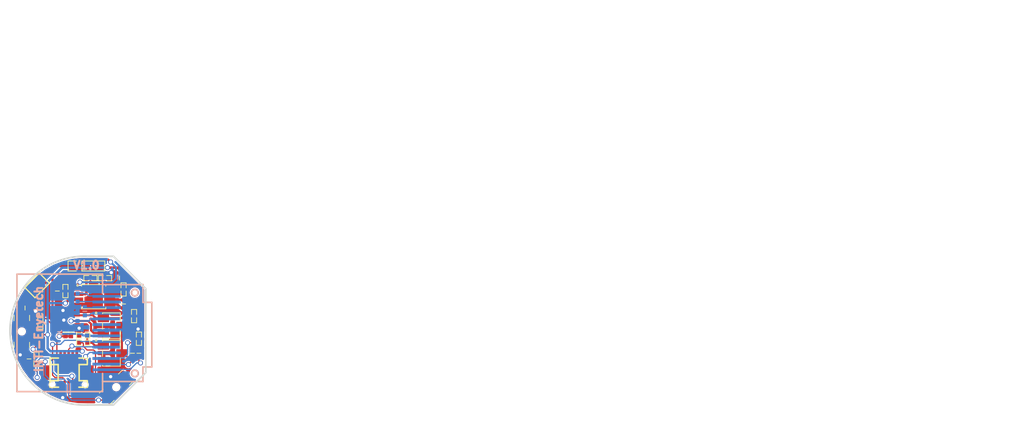
<source format=kicad_pcb>
(kicad_pcb (version 20240108) (generator "pcbnew") (generator_version "8.0")
  (title_block (title "I/O Expansion Board") (date "2017-07-29") (rev "0.1") (company "INSTITUTO NACIONAL DE TECNOLOGÍA INDUSTRIAL & ENYE TECHNOLOGIES") (comment 1 "Revision: Alamon, Brengi and Scotti") (comment 2 "Author: Santiago Villar"))
  (layers (0 "F.Cu" signal) (31 "B.Cu" signal) (34 "B.Paste" user) (35 "F.Paste" user) (36 "B.SilkS" user "B.Silkscreen") (37 "F.SilkS" user "F.Silkscreen") (38 "B.Mask" user) (39 "F.Mask" user) (44 "Edge.Cuts" user))
  (net 0 "")
  (net 1 "GND")
  (net 2 "+3V3")
  (net 3 "/SDA")
  (net 4 "/SCL")
  (net 5 "Net-(C1-Pad1)")
  (net 6 "Net-(C1-Pad2)")
  (net 7 "Net-(C2-Pad1)")
  (net 8 "Net-(C2-Pad2)")
  (net 9 "Net-(C3-Pad1)")
  (net 10 "Net-(C4-Pad1)")
  (net 11 "/VBAT")
  (net 12 "/VBAT_IN")
  (net 13 "Net-(J1-Pad5)")
  (net 14 "Net-(J2-Pad12)")
  (net 15 "Net-(J2-Pad6)")
  (net 16 "/VDD")
  (net 17 "Net-(J1-Pad2)")
  (net 18 "Net-(Q1-Pad3)")
  (net 19 "/VBAT_DC_DC")
  (net 20 "Net-(C13-Pad1)")
  (net 21 "Net-(C13-Pad2)")
  (net 22 "/VBAT_+")
  (net 23 "Net-(Q1-Pad1)")
  (net 24 "Net-(R11-Pad2)")
  (net 25 "Net-(R6-Pad2)")
  (net 26 "Net-(R13-Pad2)")
  (net 27 "/BOTON_IZQUIERDO")
  (net 28 "/BOTON_CENTRO")
  (net 29 "/RESET_OLED")
  (net 30 "/GPIO_OLED")
  (footprint "footprints:GS2" (layer "F.Cu") (at 117.45 59.4 -45)
    (property "Reference" "CON2" (hide yes))
    (property "Value" "VBA_IN")
    (pad "1" smd rect (at 0 -0.63 315) (size 1.27 0.96) (layers "F.Cu" "F.Paste" "F.Mask") (net 22 "/VBAT_+"))
    (pad "2" smd rect (at 0 0.635 315) (size 1.27 0.9652) (layers "F.Cu" "F.Paste" "F.Mask") (net 1 "GND"))
  )
  (footprint "footprints:df12(3.0)-10ds-0.5v" (layer "F.Cu") (at 121.35 70.2 180)
    (property "Reference" "J1" (hide yes))
    (property "Value" "DF12B 3.0 10DS 0.5V 81" (hide yes))
    (pad "" smd rect (at -2.7 0 180) (size 0.8 1.8) (layers "F.Cu" "F.Paste" "F.Mask"))
    (pad "" np_thru_hole circle (at -2.05 -1.5 180) (size 0.6 0.6) (drill 0.5969) (layers "*.Cu" "*.Mask" "F.SilkS"))
    (pad "" np_thru_hole circle (at 2.05 -1.5 180) (size 0.6 0.6) (drill 0.5969) (layers "*.Cu" "*.Mask" "F.SilkS"))
    (pad "" smd rect (at 2.7 0 180) (size 0.8 1.8) (layers "F.Cu" "F.Paste" "F.Mask"))
    (pad "1" smd rect (at -1 1.8 180) (size 0.3 1.6) (layers "F.Cu" "F.Paste" "F.Mask") (net 2 "+3V3"))
    (pad "2" smd rect (at -0.4953 1.79578 180) (size 0.29718 1.59766) (layers "F.Cu" "F.Paste" "F.Mask") (net 17 "Net-(J1-Pad2)"))
    (pad "3" smd rect (at 0 1.8 180) (size 0.3 1.6) (layers "F.Cu" "F.Paste" "F.Mask") (net 4 "/SCL"))
    (pad "4" smd rect (at 0.5 1.8 180) (size 0.3 1.6) (layers "F.Cu" "F.Paste" "F.Mask") (net 3 "/SDA"))
    (pad "5" smd rect (at 0.99568 1.79578 180) (size 0.29718 1.59766) (layers "F.Cu" "F.Paste" "F.Mask") (net 13 "Net-(J1-Pad5)"))
    (pad "6" smd rect (at 1 -1.8 180) (size 0.3 1.6) (layers "F.Cu" "F.Paste" "F.Mask") (net 1 "GND") (clearance 0.19812))
    (pad "7" smd rect (at 0.5 -1.8 180) (size 0.3 1.6) (layers "F.Cu" "F.Paste" "F.Mask") (net 29 "/RESET_OLED") (clearance 0.19812))
    (pad "8" smd rect (at 0 -1.8 180) (size 0.3 1.6) (layers "F.Cu" "F.Paste" "F.Mask") (net 30 "/GPIO_OLED") (clearance 0.19812))
    (pad "9" smd rect (at -0.5 -1.8 180) (size 0.3 1.6) (layers "F.Cu" "F.Paste" "F.Mask") (net 27 "/BOTON_IZQUIERDO") (clearance 0.19558))
    (pad "10" smd rect (at -1 -1.8 180) (size 0.3 1.6) (layers "F.Cu" "F.Paste" "F.Mask") (net 28 "/BOTON_CENTRO") (clearance 0.19558))
  )
  (footprint "footprints:c_0402" (layer "F.Cu") (at 130.05 67.8 90)
    (property "Reference" "C3" (hide yes))
    (property "Value" "2.2uF" (hide yes))
    (pad "1" smd rect (at -0.5 0 90) (size 0.5 0.5) (layers "F.Cu" "F.Paste" "F.Mask") (net 9 "Net-(C3-Pad1)"))
    (pad "2" smd rect (at 0.5 0 90) (size 0.5 0.5) (layers "F.Cu" "F.Paste" "F.Mask") (net 1 "GND"))
  )
  (footprint "footprints:c_0402" (layer "F.Cu") (at 129.25 67.8 90)
    (property "Reference" "C4" (hide yes))
    (property "Value" "4.7uF" (hide yes))
    (pad "1" smd rect (at -0.5 0 90) (size 0.5 0.5) (layers "F.Cu" "F.Paste" "F.Mask") (net 10 "Net-(C4-Pad1)"))
    (pad "2" smd rect (at 0.5 0 90) (size 0.5 0.5) (layers "F.Cu" "F.Paste" "F.Mask") (net 1 "GND"))
  )
  (footprint "footprints:c_0402" (layer "F.Cu") (at 116.45 68.5 90)
    (property "Reference" "C7" (hide yes))
    (property "Value" "0.1uF" (hide yes))
    (pad "1" smd rect (at -0.5 0 90) (size 0.5 0.5) (layers "F.Cu" "F.Paste" "F.Mask") (net 27 "/BOTON_IZQUIERDO"))
    (pad "2" smd rect (at 0.5 0 90) (size 0.5 0.5) (layers "F.Cu" "F.Paste" "F.Mask") (net 1 "GND"))
  )
  (footprint "footprints:c_0402" (layer "F.Cu") (at 115.95 62.2)
    (property "Reference" "C8" (hide yes))
    (property "Value" "0.1uF" (hide yes))
    (pad "1" smd rect (at -0.5 0) (size 0.5 0.5) (layers "F.Cu" "F.Paste" "F.Mask") (net 28 "/BOTON_CENTRO"))
    (pad "2" smd rect (at 0.5 0) (size 0.5 0.5) (layers "F.Cu" "F.Paste" "F.Mask") (net 1 "GND"))
  )
  (footprint "footprints:r_0402" (layer "F.Cu") (at 130.05 66 90)
    (property "Reference" "R1" (hide yes))
    (property "Value" "390K" (hide yes))
    (pad "1" smd rect (at -0.5 0 90) (size 0.5 0.5) (layers "F.Cu" "F.Paste" "F.Mask") (net 14 "Net-(J2-Pad12)"))
    (pad "2" smd rect (at 0.5 0 90) (size 0.5 0.5) (layers "F.Cu" "F.Paste" "F.Mask") (net 1 "GND"))
  )
  (footprint "footprints:r_0402" (layer "F.Cu") (at 117.35 68.5 -90)
    (property "Reference" "R2" (hide yes))
    (property "Value" "10K" (hide yes))
    (pad "1" smd rect (at -0.5 0 270) (size 0.5 0.5) (layers "F.Cu" "F.Paste" "F.Mask") (net 2 "+3V3"))
    (pad "2" smd rect (at 0.5 0 270) (size 0.5 0.5) (layers "F.Cu" "F.Paste" "F.Mask") (net 27 "/BOTON_IZQUIERDO"))
  )
  (footprint "footprints:r_0402" (layer "F.Cu") (at 117.85 64 90)
    (property "Reference" "R3" (hide yes))
    (property "Value" "10K" (hide yes))
    (pad "1" smd rect (at -0.5 0 90) (size 0.5 0.5) (layers "F.Cu" "F.Paste" "F.Mask") (net 2 "+3V3"))
    (pad "2" smd rect (at 0.5 0 90) (size 0.5 0.5) (layers "F.Cu" "F.Paste" "F.Mask") (net 28 "/BOTON_CENTRO"))
  )
  (footprint "footprints:B3U_3000PB" (layer "F.Cu") (at 127.25 72 -135)
    (property "Reference" "SW1" (hide yes))
    (property "Value" "SW_PUSH" (hide yes))
    (pad "" np_thru_hole circle (at 0 0 225) (size 0.75 0.75) (drill 0.75) (layers "*.Cu" "*.Mask" "F.SilkS"))
    (pad "1" smd rect (at -1.700001 0 225) (size 0.8 1.7) (layers "F.Cu" "F.Paste" "F.Mask") (net 1 "GND"))
    (pad "2" smd rect (at 1.700001 0 225) (size 0.8 1.7) (layers "F.Cu" "F.Paste" "F.Mask") (net 27 "/BOTON_IZQUIERDO"))
  )
  (footprint "footprints:B3U_3000PB" (layer "F.Cu") (at 115.55 65.1 90)
    (property "Reference" "SW2" (hide yes))
    (property "Value" "SW_PUSH" (hide yes))
    (pad "" np_thru_hole circle (at 0 0 90) (size 0.75 0.75) (drill 0.75) (layers "*.Cu" "*.Mask" "F.SilkS"))
    (pad "1" smd rect (at -1.7 0 90) (size 0.8 1.7) (layers "F.Cu" "F.Paste" "F.Mask") (net 1 "GND"))
    (pad "2" smd rect (at 1.7 0 90) (size 0.8 1.7) (layers "F.Cu" "F.Paste" "F.Mask") (net 28 "/BOTON_CENTRO"))
  )
  (footprint "footprints:r_0402" (layer "F.Cu") (at 125.85 58.5)
    (property "Reference" "R7" (hide yes))
    (property "Value" "10K" (hide yes))
    (pad "1" smd rect (at -0.5 0) (size 0.5 0.5) (layers "F.Cu" "F.Paste" "F.Mask") (net 25 "Net-(R6-Pad2)"))
    (pad "2" smd rect (at 0.5 0) (size 0.5 0.5) (layers "F.Cu" "F.Paste" "F.Mask") (net 1 "GND"))
  )
  (footprint "footprints:c_0402" (layer "F.Cu") (at 127.65 58.5 180)
    (property "Reference" "C9" (hide yes))
    (property "Value" "10 uF" (hide yes))
    (pad "1" smd rect (at -0.5 0 180) (size 0.5 0.5) (layers "F.Cu" "F.Paste" "F.Mask") (net 2 "+3V3"))
    (pad "2" smd rect (at 0.5 0 180) (size 0.5 0.5) (layers "F.Cu" "F.Paste" "F.Mask") (net 1 "GND"))
  )
  (footprint "footprints:c_0402" (layer "F.Cu") (at 119.95 60.1 -90)
    (property "Reference" "C10" (hide yes))
    (property "Value" "10 uF" (hide yes))
    (pad "1" smd rect (at -0.5 0 270) (size 0.5 0.5) (layers "F.Cu" "F.Paste" "F.Mask") (net 19 "/VBAT_DC_DC"))
    (pad "2" smd rect (at 0.5 0 270) (size 0.5 0.5) (layers "F.Cu" "F.Paste" "F.Mask") (net 1 "GND"))
  )
  (footprint "footprints:c_0402" (layer "F.Cu") (at 121.65 65.2 90)
    (property "Reference" "C11" (hide yes))
    (property "Value" "1uF" (hide yes))
    (pad "1" smd rect (at -0.5 0 90) (size 0.5 0.5) (layers "F.Cu" "F.Paste" "F.Mask") (net 16 "/VDD"))
    (pad "2" smd rect (at 0.5 0 90) (size 0.5 0.5) (layers "F.Cu" "F.Paste" "F.Mask") (net 1 "GND"))
  )
  (footprint "footprints:c_0402" (layer "F.Cu") (at 120.95 65.2 90)
    (property "Reference" "C12" (hide yes))
    (property "Value" "1uF" (hide yes))
    (pad "1" smd rect (at -0.5 0 90) (size 0.5 0.5) (layers "F.Cu" "F.Paste" "F.Mask") (net 16 "/VDD"))
    (pad "2" smd rect (at 0.5 0 90) (size 0.5 0.5) (layers "F.Cu" "F.Paste" "F.Mask") (net 1 "GND"))
  )
  (footprint "footprints:JUMPER3_0603" (layer "F.Cu") (at 124.4 57 180)
    (property "Reference" "JP1" (hide yes))
    (property "Value" "JUMPER" (hide yes))
    (pad "1" smd rect (at -0.85 0 180) (size 0.89916 1.00076) (layers "F.Cu" "F.Paste" "F.Mask") (net 19 "/VBAT_DC_DC"))
    (pad "2" smd rect (at 0.85 0 180) (size 0.89916 1.00076) (layers "F.Cu" "F.Paste" "F.Mask") (net 12 "/VBAT_IN"))
    (pad "3" smd rect (at 2.55 0 180) (size 0.89916 1.00076) (layers "F.Cu" "F.Paste" "F.Mask") (net 22 "/VBAT_+"))
  )
  (footprint "footprints:r_0402" (layer "F.Cu") (at 123.15 65.6 180)
    (property "Reference" "R9" (hide yes))
    (property "Value" "10K" (hide yes))
    (pad "1" smd rect (at -0.5 0 180) (size 0.5 0.5) (layers "F.Cu" "F.Paste" "F.Mask") (net 23 "Net-(Q1-Pad1)"))
    (pad "2" smd rect (at 0.5 0 180) (size 0.5 0.5) (layers "F.Cu" "F.Paste" "F.Mask") (net 1 "GND"))
  )
  (footprint "footprints:r_0402" (layer "F.Cu") (at 129.45 63.2 -90)
    (property "Reference" "R10" (hide yes))
    (property "Value" "10K" (hide yes))
    (pad "1" smd rect (at -0.5 0 270) (size 0.5 0.5) (layers "F.Cu" "F.Paste" "F.Mask") (net 12 "/VBAT_IN"))
    (pad "2" smd rect (at 0.5 0 270) (size 0.5 0.5) (layers "F.Cu" "F.Paste" "F.Mask") (net 18 "Net-(Q1-Pad3)"))
  )
  (footprint "footprints:r_0402" (layer "F.Cu") (at 120.95 60.1 -90)
    (property "Reference" "R11" (hide yes))
    (property "Value" "10K" (hide yes))
    (pad "1" smd rect (at -0.5 0 270) (size 0.5 0.5) (layers "F.Cu" "F.Paste" "F.Mask") (net 19 "/VBAT_DC_DC"))
    (pad "2" smd rect (at 0.5 0 270) (size 0.5 0.5) (layers "F.Cu" "F.Paste" "F.Mask") (net 24 "Net-(R11-Pad2)"))
  )
  (footprint "footprints:c_0402" (layer "F.Cu") (at 128.15 61.7 -90)
    (property "Reference" "C13" (hide yes))
    (property "Value" "1 uF" (hide yes))
    (pad "1" smd rect (at -0.5 0 270) (size 0.5 0.5) (layers "F.Cu" "F.Paste" "F.Mask") (net 20 "Net-(C13-Pad1)"))
    (pad "2" smd rect (at 0.5 0 270) (size 0.5 0.5) (layers "F.Cu" "F.Paste" "F.Mask") (net 21 "Net-(C13-Pad2)"))
  )
  (footprint "footprints:r_0402" (layer "F.Cu") (at 124.05 58.5)
    (property "Reference" "R6" (hide yes))
    (property "Value" "23.2 K" (hide yes))
    (pad "1" smd rect (at -0.5 0) (size 0.5 0.5) (layers "F.Cu" "F.Paste" "F.Mask") (net 24 "Net-(R11-Pad2)"))
    (pad "2" smd rect (at 0.5 0) (size 0.5 0.5) (layers "F.Cu" "F.Paste" "F.Mask") (net 25 "Net-(R6-Pad2)"))
  )
  (footprint "footprints:r_0402" (layer "F.Cu") (at 123.15 66.5)
    (property "Reference" "R12" (hide yes))
    (property "Value" "0 ohm" (hide yes))
    (pad "1" smd rect (at -0.5 0) (size 0.5 0.5) (layers "F.Cu" "F.Paste" "F.Mask") (net 30 "/GPIO_OLED"))
    (pad "2" smd rect (at 0.5 0) (size 0.5 0.5) (layers "F.Cu" "F.Paste" "F.Mask") (net 23 "Net-(Q1-Pad1)"))
  )
  (footprint "footprints:r_0402" (layer "F.Cu") (at 128.15 59.9 -90)
    (property "Reference" "R13" (hide yes))
    (property "Value" "100K" (hide yes))
    (pad "1" smd rect (at -0.5 0 270) (size 0.5 0.5) (layers "F.Cu" "F.Paste" "F.Mask") (net 2 "+3V3"))
    (pad "2" smd rect (at 0.5 0 270) (size 0.5 0.5) (layers "F.Cu" "F.Paste" "F.Mask") (net 26 "Net-(R13-Pad2)"))
  )
  (footprint "footprints:MSOP-8" (layer "F.Cu") (at 124.45 60.8 -90)
    (property "Reference" "U1" (hide yes))
    (property "Value" "MCP1252-ADJ" (hide yes))
    (pad "1" smd rect (at -0.975 1.975 270) (size 0.45 1.35) (layers "F.Cu" "F.Paste" "F.Mask") (net 19 "/VBAT_DC_DC"))
    (pad "2" smd rect (at -0.325 1.975 270) (size 0.45 1.35) (layers "F.Cu" "F.Paste" "F.Mask") (net 24 "Net-(R11-Pad2)"))
    (pad "3" smd rect (at 0.325 1.975 270) (size 0.45 1.35) (layers "F.Cu" "F.Paste" "F.Mask") (net 2 "+3V3"))
    (pad "4" smd rect (at 0.975 1.975 270) (size 0.45 1.35) (layers "F.Cu" "F.Paste" "F.Mask") (net 1 "GND"))
    (pad "5" smd rect (at 0.975 -1.975 270) (size 0.45 1.35) (layers "F.Cu" "F.Paste" "F.Mask") (net 21 "Net-(C13-Pad2)"))
    (pad "6" smd rect (at 0.325 -1.975 270) (size 0.45 1.35) (layers "F.Cu" "F.Paste" "F.Mask") (net 20 "Net-(C13-Pad1)"))
    (pad "7" smd rect (at -0.325 -1.975 270) (size 0.45 1.35) (layers "F.Cu" "F.Paste" "F.Mask") (net 26 "Net-(R13-Pad2)"))
    (pad "8" smd rect (at -0.975 -1.975 270) (size 0.45 1.35) (layers "F.Cu" "F.Paste" "F.Mask") (net 25 "Net-(R6-Pad2)"))
  )
  (footprint "footprints:SSOT-3" (layer "F.Cu") (at 126.75 67.8 -90)
    (property "Reference" "Q1" (hide yes))
    (property "Value" "FDN335N_NMOS" (hide yes))
    (pad "1" smd rect (at -0.95 1.1 270) (size 1 1.4) (layers "F.Cu" "F.Paste" "F.Mask") (net 23 "Net-(Q1-Pad1)"))
    (pad "2" smd rect (at 0.95 1.1 270) (size 1 1.4) (layers "F.Cu" "F.Paste" "F.Mask") (net 1 "GND"))
    (pad "3" smd rect (at 0 -1.2 270) (size 1 1.4) (layers "F.Cu" "F.Paste" "F.Mask") (net 18 "Net-(Q1-Pad3)"))
  )
  (footprint "footprints:SSOT-3" (layer "F.Cu") (at 126.75 64.4 -90)
    (property "Reference" "Q2" (hide yes))
    (property "Value" "FDN338P_PMOS" (hide yes))
    (pad "1" smd rect (at -0.95 1.1 270) (size 1 1.4) (layers "F.Cu" "F.Paste" "F.Mask") (net 12 "/VBAT_IN"))
    (pad "2" smd rect (at 0.95 1.1 270) (size 1 1.4) (layers "F.Cu" "F.Paste" "F.Mask") (net 11 "/VBAT"))
    (pad "3" smd rect (at 0 -1.2 270) (size 1 1.4) (layers "F.Cu" "F.Paste" "F.Mask") (net 18 "Net-(Q1-Pad3)"))
  )
  (footprint "footprints:c_0402" (layer "B.Cu") (at 122.45 60.9 90)
    (property "Reference" "C1" (hide yes))
    (property "Value" "1uF" (hide yes))
    (pad "1" smd rect (at -0.5 0 90) (size 0.5 0.5) (layers "B.Cu" "B.Paste" "B.Mask") (net 5 "Net-(C1-Pad1)"))
    (pad "2" smd rect (at 0.5 0 90) (size 0.5 0.5) (layers "B.Cu" "B.Paste" "B.Mask") (net 6 "Net-(C1-Pad2)"))
  )
  (footprint "footprints:c_0402" (layer "B.Cu") (at 123.35 62.6 -90)
    (property "Reference" "C2" (hide yes))
    (property "Value" "1uF" (hide yes))
    (pad "1" smd rect (at -0.5 0 270) (size 0.5 0.5) (layers "B.Cu" "B.Paste" "B.Mask") (net 7 "Net-(C2-Pad1)"))
    (pad "2" smd rect (at 0.5 0 270) (size 0.5 0.5) (layers "B.Cu" "B.Paste" "B.Mask") (net 8 "Net-(C2-Pad2)"))
  )
  (footprint "footprints:c_0402" (layer "B.Cu") (at 122.45 63.3 90)
    (property "Reference" "C5" (hide yes))
    (property "Value" "1uF" (hide yes))
    (pad "1" smd rect (at -0.5 0 90) (size 0.5 0.5) (layers "B.Cu" "B.Paste" "B.Mask") (net 11 "/VBAT"))
    (pad "2" smd rect (at 0.5 0 90) (size 0.5 0.5) (layers "B.Cu" "B.Paste" "B.Mask") (net 1 "GND"))
  )
  (footprint "footprints:c_0402" (layer "B.Cu") (at 123.65 65.1 90)
    (property "Reference" "C6" (hide yes))
    (property "Value" "1uF" (hide yes))
    (pad "1" smd rect (at -0.5 0 90) (size 0.5 0.5) (layers "B.Cu" "B.Paste" "B.Mask") (net 16 "/VDD"))
    (pad "2" smd rect (at 0.5 0 90) (size 0.5 0.5) (layers "B.Cu" "B.Paste" "B.Mask") (net 1 "GND"))
  )
  (footprint "footprints:ER-OLED0.49-1_B" (layer "B.Cu") (at 130.55 65.3 -90)
    (property "Reference" "J2" (at 0 10.3 -90) (layer "B.SilkS") (effects (font (size 0.49784 0.49784) (thickness 0.09906)) (justify mirror)))
    (property "Value" "ER-OLED0.49-1Series" (hide yes))
    (pad "" np_thru_hole circle (at -5 1 90) (size 1 1) (drill 0.5969) (layers "*.Cu" "*.Mask" "B.SilkS"))
    (pad "" np_thru_hole circle (at 5 1 90) (size 1 1) (drill 0.5969) (layers "*.Cu" "*.Mask" "B.SilkS"))
    (pad "1" smd rect (at -4.55 4.5 90) (size 0.35 3.5) (layers "B.Cu" "B.Paste" "B.Mask") (net 6 "Net-(C1-Pad2)") (clearance 0.19558))
    (pad "2" smd rect (at -3.85 4.5 90) (size 0.35 3.5) (layers "B.Cu" "B.Paste" "B.Mask") (net 5 "Net-(C1-Pad1)") (clearance 0.19558))
    (pad "3" smd rect (at -3.15 4.5 90) (size 0.35 3.5) (layers "B.Cu" "B.Paste" "B.Mask") (net 7 "Net-(C2-Pad1)") (clearance 0.19558))
    (pad "4" smd rect (at -2.45 4.5 90) (size 0.35 3.5) (layers "B.Cu" "B.Paste" "B.Mask") (net 8 "Net-(C2-Pad2)") (clearance 0.19558))
    (pad "5" smd rect (at -1.75 4.5 90) (size 0.35 3.5) (layers "B.Cu" "B.Paste" "B.Mask") (net 11 "/VBAT") (clearance 0.19558))
    (pad "6" smd rect (at -1.05 4.5 90) (size 0.35 3.5) (layers "B.Cu" "B.Paste" "B.Mask") (net 15 "Net-(J2-Pad6)") (clearance 0.19558))
    (pad "7" smd rect (at -0.35 4.5 90) (size 0.35 3.5) (layers "B.Cu" "B.Paste" "B.Mask") (net 1 "GND") (clearance 0.19558))
    (pad "8" smd rect (at 0.35 4.5 90) (size 0.35 3.5) (layers "B.Cu" "B.Paste" "B.Mask") (net 16 "/VDD") (clearance 0.19558))
    (pad "9" smd rect (at 1.05 4.5 90) (size 0.35 3.5) (layers "B.Cu" "B.Paste" "B.Mask") (net 29 "/RESET_OLED") (clearance 0.19558))
    (pad "10" smd rect (at 1.75 4.5 90) (size 0.35 3.5) (layers "B.Cu" "B.Paste" "B.Mask") (net 4 "/SCL") (clearance 0.19558))
    (pad "11" smd rect (at 2.45 4.5 90) (size 0.35 3.5) (layers "B.Cu" "B.Paste" "B.Mask") (net 3 "/SDA") (clearance 0.19558))
    (pad "12" smd rect (at 3.15 4.5 90) (size 0.35 3.5) (layers "B.Cu" "B.Paste" "B.Mask") (net 14 "Net-(J2-Pad12)") (clearance 0.19558))
    (pad "13" smd rect (at 3.85 4.5 90) (size 0.35 3.5) (layers "B.Cu" "B.Paste" "B.Mask") (net 10 "Net-(C4-Pad1)") (clearance 0.19558))
    (pad "14" smd rect (at 4.55 4.5 90) (size 0.35 3.5) (layers "B.Cu" "B.Paste" "B.Mask") (net 9 "Net-(C3-Pad1)") (clearance 0.19558))
  )
  (gr_arc (start 123.7 74.2) (mid 114.091308 65) (end 123.7 55.8) (stroke (width 0.2)) (layer "Edge.Cuts"))
  (gr_line (start 123.7 55.8) (end 126.9 55.8) (stroke (width 0.2)) (layer "Edge.Cuts"))
  (gr_line (start 126.9 55.8) (end 130.9 59.8) (stroke (width 0.2)) (layer "Edge.Cuts"))
  (gr_line (start 130.9 59.8) (end 130.9 70.2) (stroke (width 0.2)) (layer "Edge.Cuts"))
  (gr_line (start 126.9 74.2) (end 130.9 70.2) (stroke (width 0.2)) (layer "Edge.Cuts"))
  (gr_line (start 123.7 74.2) (end 126.9 74.2) (stroke (width 0.2)) (layer "Edge.Cuts"))
  (gr_text "V1.0\n" (at 123.55 56.9 0) (layer "B.SilkS") (effects (font (size 1 1) (thickness 0.25))))
  (gr_text "INTI-Enyetech\n" (at 117.65 64.8 90) (layer "B.SilkS") (effects (font (size 1 1) (thickness 0.25))))
  (segment (start 116.0476 68) (end 116.45 68) (width 0.1524) (layer "F.Cu") (net 1))
  (segment (start 129.950491 65.400491) (end 129.950491 64.804419) (width 0.1524) (layer "F.Cu") (net 1))
  (segment (start 115.65 67.7) (end 115.95 68) (width 0.1524) (layer "F.Cu") (net 1))
  (segment (start 126.35 58.5) (end 127.15 58.5) (width 0.1524) (layer "F.Cu") (net 1))
  (segment (start 115.95 68) (end 116.0476 68) (width 0.1524) (layer "F.Cu") (net 1))
  (segment (start 119.95 62.3) (end 120.15 62.5) (width 0.1524) (layer "F.Cu") (net 1))
  (segment (start 116.45 60.4) (end 116.45 62.2) (width 0.1524) (layer "F.Cu") (net 1))
  (segment (start 130.05 65.5) (end 129.950491 65.400491) (width 0.1524) (layer "F.Cu") (net 1))
  (segment (start 125.65 68.75) (end 125.65 69.8) (width 0.1524) (layer "F.Cu") (net 1))
  (segment (start 126.647918 70.797918) (end 126.55 70.7) (width 0.1524) (layer "F.Cu") (net 1))
  (segment (start 121.6476 61.775) (end 120.9226 62.5) (width 0.1524) (layer "F.Cu") (net 1))
  (segment (start 122.65 65.6) (end 122.65 64.7) (width 0.1524) (layer "F.Cu") (net 1))
  (segment (start 126.35 58.085986) (end 126.626376 57.80961) (width 0.254) (layer "F.Cu") (net 1))
  (segment (start 130.25 67.3) (end 130.35 67.3) (width 0.1524) (layer "F.Cu") (net 1))
  (segment (start 130.15 66) (end 130.05 65.9) (width 0.1524) (layer "F.Cu") (net 1))
  (segment (start 130.461482 66) (end 130.15 66) (width 0.1524) (layer "F.Cu") (net 1))
  (segment (start 120.95 64.7) (end 121.65 64.7) (width 0.1524) (layer "F.Cu") (net 1))
  (segment (start 120.35 73.02877) (end 120.617319 73.296089) (width 0.1524) (layer "F.Cu") (net 1))
  (segment (start 130.35 67.3) (end 130.528601 67.121399) (width 0.1524) (layer "F.Cu") (net 1))
  (segment (start 115.55 67.6) (end 115.55 66.8) (width 0.1524) (layer "F.Cu") (net 1))
  (segment (start 126.35 58.5) (end 126.35 58.085986) (width 0.254) (layer "F.Cu") (net 1))
  (segment (start 116.45 62.2) (end 116.8524 62.2) (width 0.1524) (layer "F.Cu") (net 1))
  (segment (start 115.65 67.7) (end 115.35 68) (width 0.1524) (layer "F.Cu") (net 1))
  (segment (start 120.35 72) (end 120.35 73.02877) (width 0.1524) (layer "F.Cu") (net 1))
  (segment (start 128.452082 70.797918) (end 126.647918 70.797918) (width 0.1524) (layer "F.Cu") (net 1))
  (segment (start 117.000987 59.849013) (end 116.45 60.4) (width 0.1524) (layer "F.Cu") (net 1))
  (segment (start 130.528601 66.067119) (end 130.461482 66) (width 0.1524) (layer "F.Cu") (net 1))
  (segment (start 120.95 63.9) (end 120.75 63.7) (width 0.1524) (layer "F.Cu") (net 1))
  (segment (start 130.528601 67.121399) (end 130.528601 66.067119) (width 0.1524) (layer "F.Cu") (net 1))
  (segment (start 115.65 67.7) (end 115.55 67.6) (width 0.1524) (layer "F.Cu") (net 1))
  (segment (start 130.05 65.9) (end 130.05 65.5) (width 0.1524) (layer "F.Cu") (net 1))
  (segment (start 116.8524 62.2) (end 117.25 62.5976) (width 0.1524) (layer "F.Cu") (net 1))
  (segment (start 122.475 61.775) (end 121.6476 61.775) (width 0.1524) (layer "F.Cu") (net 1))
  (segment (start 117.25 62.5976) (end 117.25 62.6) (width 0.1524) (layer "F.Cu") (net 1))
  (segment (start 125.65 69.8) (end 126.55 70.7) (width 0.1524) (layer "F.Cu") (net 1))
  (segment (start 120.9226 62.5) (end 120.65 62.5) (width 0.1524) (layer "F.Cu") (net 1))
  (segment (start 119.95 60.6) (end 119.95 62.3) (width 0.1524) (layer "F.Cu") (net 1))
  (segment (start 120.15 62.5) (end 120.65 62.5) (width 0.1524) (layer "F.Cu") (net 1))
  (segment (start 120.95 64.7) (end 120.95 63.9) (width 0.1524) (layer "F.Cu") (net 1))
  (via (at 115.35 68) (size 0.6096) (drill 0.4064) (layers "F.Cu" "B.Cu") (net 1))
  (via (at 122.65 64.7) (size 0.6096) (drill 0.4064) (layers "F.Cu" "B.Cu") (net 1))
  (via (at 126.55 70.7) (size 0.6096) (drill 0.4064) (layers "F.Cu" "B.Cu") (net 1))
  (via (at 120.65 62.5) (size 0.6096) (drill 0.4064) (layers "F.Cu" "B.Cu") (net 1))
  (via (at 126.626376 57.80961) (size 0.6096) (drill 0.4064) (layers "F.Cu" "B.Cu") (net 1))
  (via (at 120.75 63.7) (size 0.6096) (drill 0.4064) (layers "F.Cu" "B.Cu") (net 1))
  (via (at 129.950491 64.804419) (size 0.6096) (drill 0.4064) (layers "F.Cu" "B.Cu") (net 1))
  (via (at 120.617319 73.296089) (size 0.6096) (drill 0.4064) (layers "F.Cu" "B.Cu") (net 1))
  (via (at 117.25 62.6) (size 0.6096) (drill 0.4064) (layers "F.Cu" "B.Cu") (net 1))
  (segment (start 121.345201 62.804799) (end 121.35 62.8) (width 0.1524) (layer "B.Cu") (net 1))
  (segment (start 120.75 63.7) (end 120.75 62.6) (width 0.1524) (layer "B.Cu") (net 1))
  (segment (start 120.75 62.6) (end 120.65 62.5) (width 0.1524) (layer "B.Cu") (net 1))
  (segment (start 129.519439 64.804419) (end 129.950491 64.804419) (width 0.1524) (layer "B.Cu") (net 1))
  (segment (start 120.65 62.5) (end 120.954799 62.804799) (width 0.1524) (layer "B.Cu") (net 1))
  (segment (start 126.05 64.9) (end 126.145581 64.804419) (width 0.1524) (layer "B.Cu") (net 1))
  (segment (start 126.145581 64.804419) (end 129.519439 64.804419) (width 0.1524) (layer "B.Cu") (net 1))
  (segment (start 120.954799 62.804799) (end 121.345201 62.804799) (width 0.1524) (layer "B.Cu") (net 1))
  (segment (start 121.35 62.8) (end 122.45 62.8) (width 0.1524) (layer "B.Cu") (net 1))
  (segment (start 122.405968 67.239232) (end 122.723381 67.239232) (width 0.3048) (layer "F.Cu") (net 2))
  (segment (start 128.15 57.9452) (end 127.4048 57.2) (width 0.3048) (layer "F.Cu") (net 2))
  (segment (start 117.35 67.5976) (end 117.0524 67.3) (width 0.1524) (layer "F.Cu") (net 2))
  (segment (start 118.75 65.5) (end 118.318948 65.5) (width 0.1524) (layer "F.Cu") (net 2))
  (segment (start 121.254799 61.295203) (end 120.95 61.600002) (width 0.3048) (layer "F.Cu") (net 2))
  (segment (start 122.35 68.4) (end 122.35 67.2952) (width 0.3048) (layer "F.Cu") (net 2))
  (segment (start 127.4048 57.2) (end 126.587856 57.2) (width 0.3048) (layer "F.Cu") (net 2))
  (segment (start 117.654799 66.995201) (end 117.254803 66.995201) (width 0.1524) (layer "F.Cu") (net 2))
  (segment (start 128.15 59.4) (end 128.15 58.5) (width 0.3048) (layer "F.Cu") (net 2))
  (segment (start 122.723381 67.239232) (end 122.730756 67.246607) (width 0.3048) (layer "F.Cu") (net 2))
  (segment (start 117.0524 67.3) (end 116.950004 67.3) (width 0.1524) (layer "F.Cu") (net 2))
  (segment (start 122.730756 67.246607) (end 123.035555 67.551406) (width 0.3048) (layer "F.Cu") (net 2))
  (segment (start 123.05 67.4) (end 123.05 67.536961) (width 0.3048) (layer "F.Cu") (net 2))
  (segment (start 122.475 61.125) (end 121.425002 61.125) (width 0.3048) (layer "F.Cu") (net 2))
  (segment (start 123.05 67.536961) (end 123.035555 67.551406) (width 0.3048) (layer "F.Cu") (net 2))
  (segment (start 117.85 65.5) (end 117.85 66.8) (width 0.1524) (layer "F.Cu") (net 2))
  (segment (start 117.85 64.5) (end 117.85 65.5) (width 0.1524) (layer "F.Cu") (net 2))
  (segment (start 126.587856 57.2) (end 126.156804 57.2) (width 0.3048) (layer "F.Cu") (net 2))
  (segment (start 117.85 66.8) (end 117.654799 66.995201) (width 0.1524) (layer "F.Cu") (net 2))
  (segment (start 118.318948 65.5) (end 117.85 65.5) (width 0.1524) (layer "F.Cu") (net 2))
  (segment (start 122.35 67.2952) (end 122.405968 67.239232) (width 0.3048) (layer "F.Cu") (net 2))
  (segment (start 117.35 68) (end 117.35 67.5976) (width 0.1524) (layer "F.Cu") (net 2))
  (segment (start 128.15 58.5) (end 128.15 57.9452) (width 0.3048) (layer "F.Cu") (net 2))
  (segment (start 121.425002 61.125) (end 121.254799 61.295203) (width 0.3048) (layer "F.Cu") (net 2))
  (segment (start 117.254803 66.995201) (end 116.950004 67.3) (width 0.1524) (layer "F.Cu") (net 2))
  (via (at 123.035555 67.551406) (size 0.6096) (drill 0.4064) (layers "F.Cu" "B.Cu") (net 2))
  (via (at 126.156804 57.2) (size 0.6096) (drill 0.4064) (layers "F.Cu" "B.Cu") (net 2))
  (via (at 116.950004 67.3) (size 0.6096) (drill 0.4064) (layers "F.Cu" "B.Cu") (net 2))
  (via (at 118.75 65.5) (size 0.6096) (drill 0.4064) (layers "F.Cu" "B.Cu") (net 2))
  (via (at 120.95 61.600002) (size 0.6096) (drill 0.4064) (layers "F.Cu" "B.Cu") (net 2))
  (segment (start 122.604503 67.551406) (end 123.035555 67.551406) (width 0.3048) (layer "B.Cu") (net 2))
  (segment (start 118.75 61.7) (end 118.75 62.1) (width 0.3048) (layer "B.Cu") (net 2))
  (segment (start 118.75 59) (end 120.55 57.2) (width 0.3048) (layer "B.Cu") (net 2))
  (segment (start 118.75 65.5) (end 118.75 67.2) (width 0.3048) (layer "B.Cu") (net 2))
  (segment (start 119.55 61.6) (end 118.85 61.6) (width 0.3048) (layer "B.Cu") (net 2))
  (segment (start 118.75 67.2) (end 119.101406 67.551406) (width 0.3048) (layer "B.Cu") (net 2))
  (segment (start 118.85 61.6) (end 118.75 61.7) (width 0.3048) (layer "B.Cu") (net 2))
  (segment (start 118.75 62.1) (end 118.75 65.5) (width 0.3048) (layer "B.Cu") (net 2))
  (segment (start 119.101406 67.551406) (end 122.604503 67.551406) (width 0.3048) (layer "B.Cu") (net 2))
  (segment (start 120.95 61.600002) (end 119.550002 61.600002) (width 0.3048) (layer "B.Cu") (net 2))
  (segment (start 125.725752 57.2) (end 126.156804 57.2) (width 0.3048) (layer "B.Cu") (net 2))
  (segment (start 118.75 62.1) (end 118.75 59) (width 0.3048) (layer "B.Cu") (net 2))
  (segment (start 119.550002 61.600002) (end 119.55 61.6) (width 0.3048) (layer "B.Cu") (net 2))
  (segment (start 120.55 57.2) (end 125.725752 57.2) (width 0.3048) (layer "B.Cu") (net 2))
  (segment (start 120.85 69.5) (end 121.05 69.7) (width 0.1524) (layer "F.Cu") (net 3))
  (segment (start 123.35 69.5) (end 123.35 68.4) (width 0.1524) (layer "F.Cu") (net 3))
  (segment (start 121.05 69.7) (end 123.15 69.7) (width 0.1524) (layer "F.Cu") (net 3))
  (segment (start 123.35 68.4) (end 123.450012 68.299988) (width 0.1524) (layer "F.Cu") (net 3))
  (segment (start 123.450012 68.299988) (end 123.450012 68.2) (width 0.1524) (layer "F.Cu") (net 3))
  (segment (start 120.85 68.4) (end 120.85 69.5) (width 0.1524) (layer "F.Cu") (net 3))
  (segment (start 123.15 69.7) (end 123.35 69.5) (width 0.1524) (layer "F.Cu") (net 3))
  (via (at 123.450012 68.2) (size 0.6096) (drill 0.4064) (layers "F.Cu" "B.Cu") (net 3))
  (segment (start 126.05 67.7) (end 123.950012 67.7) (width 0.1524) (layer "B.Cu") (net 3))
  (segment (start 123.754811 67.895201) (end 123.450012 68.2) (width 0.1524) (layer "B.Cu") (net 3))
  (segment (start 123.950012 67.7) (end 123.754811 67.895201) (width 0.1524) (layer "B.Cu") (net 3))
  (segment (start 121.35 68.4) (end 121.35 67.312399) (width 0.127) (layer "F.Cu") (net 4))
  (segment (start 121.35 67.312399) (end 121.755198 66.907201) (width 0.127) (layer "F.Cu") (net 4))
  (segment (start 121.747997 66.9) (end 121.755198 66.907201) (width 0.1524) (layer "F.Cu") (net 4))
  (via (at 121.755198 66.907201) (size 0.6096) (drill 0.4064) (layers "F.Cu" "B.Cu") (net 4))
  (segment (start 121.847997 67) (end 121.755198 66.907201) (width 0.1524) (layer "B.Cu") (net 4))
  (segment (start 126.05 67) (end 121.847997 67) (width 0.1524) (layer "B.Cu") (net 4))
  (segment (start 123.45 61.4) (end 122.45 61.4) (width 0.1524) (layer "B.Cu") (net 5))
  (segment (start 126.05 61.4) (end 123.45 61.4) (width 0.1524) (layer "B.Cu") (net 5))
  (segment (start 123.552381 60.4024) (end 123.549981 60.4) (width 0.1524) (layer "B.Cu") (net 6))
  (segment (start 123.849981 60.7) (end 123.552381 60.4024) (width 0.1524) (layer "B.Cu") (net 6))
  (segment (start 123.552381 60.4024) (end 123.55 60.400019) (width 0.1524) (layer "B.Cu") (net 6))
  (segment (start 123.549981 60.4) (end 122.45 60.4) (width 0.1524) (layer "B.Cu") (net 6))
  (segment (start 126.05 60.7) (end 123.849981 60.7) (width 0.1524) (layer "B.Cu") (net 6))
  (segment (start 125.995656 62.154344) (end 126.05 62.1) (width 0.1524) (layer "B.Cu") (net 7))
  (segment (start 126.05 62.15) (end 123.4 62.15) (width 0.1524) (layer "B.Cu") (net 7))
  (segment (start 123.4 62.15) (end 123.35 62.1) (width 0.1524) (layer "B.Cu") (net 7))
  (segment (start 123.8976 63.1) (end 123.35 63.1) (width 0.1524) (layer "B.Cu") (net 8))
  (segment (start 126.05 62.85) (end 124.1476 62.85) (width 0.1524) (layer "B.Cu") (net 8))
  (segment (start 124.1476 62.85) (end 123.8976 63.1) (width 0.1524) (layer "B.Cu") (net 8))
  (segment (start 130.15 69) (end 130.05 68.9) (width 0.1524) (layer "F.Cu") (net 9))
  (segment (start 130.05 68.9) (end 130.05 68.3) (width 0.1524) (layer "F.Cu") (net 9))
  (segment (start 130.25 69) (end 130.15 69) (width 0.1524) (layer "F.Cu") (net 9))
  (via (at 130.25 69) (size 0.6096) (drill 0.4064) (layers "F.Cu" "B.Cu") (net 9))
  (segment (start 129.767277 69) (end 129.818948 69) (width 0.1524) (layer "B.Cu") (net 9))
  (segment (start 128.967277 69.8) (end 129.767277 69) (width 0.1524) (layer "B.Cu") (net 9))
  (segment (start 129.818948 69) (end 130.25 69) (width 0.1524) (layer "B.Cu") (net 9))
  (segment (start 126.05 69.8) (end 128.967277 69.8) (width 0.1524) (layer "B.Cu") (net 9))
  (segment (start 129.25 68.3) (end 129.25 68.7) (width 0.1524) (layer "F.Cu") (net 10))
  (segment (start 129.25 68.7) (end 128.75 69.2) (width 0.1524) (layer "F.Cu") (net 10))
  (via (at 128.75 69.2) (size 0.6096) (drill 0.4064) (layers "F.Cu" "B.Cu") (net 10))
  (segment (start 126.15 69.2) (end 128.318948 69.2) (width 0.1524) (layer "B.Cu") (net 10))
  (segment (start 128.318948 69.2) (end 128.75 69.2) (width 0.1524) (layer "B.Cu") (net 10))
  (segment (start 126.05 69.1) (end 126.15 69.2) (width 0.1524) (layer "B.Cu") (net 10))
  (segment (start 124.45 65.3) (end 124.123521 64.973521) (width 0.254) (layer "F.Cu") (net 11))
  (segment (start 124.123521 64.173521) (end 123.75 63.8) (width 0.254) (layer "F.Cu") (net 11))
  (segment (start 125.65 65.3) (end 124.45 65.3) (width 0.254) (layer "F.Cu") (net 11))
  (segment (start 123.75 63.8) (end 121.650008 63.8) (width 0.254) (layer "F.Cu") (net 11))
  (segment (start 124.123521 64.973521) (end 124.123521 64.173521) (width 0.254) (layer "F.Cu") (net 11))
  (via (at 121.650008 63.8) (size 0.6096) (drill 0.4064) (layers "F.Cu" "B.Cu") (net 11))
  (segment (start 126.05 63.55) (end 124.0968 63.55) (width 0.2032) (layer "B.Cu") (net 11))
  (segment (start 122.45 63.8) (end 123.8468 63.8) (width 0.2032) (layer "B.Cu") (net 11))
  (segment (start 122.08106 63.8) (end 121.650008 63.8) (width 0.2032) (layer "B.Cu") (net 11))
  (segment (start 124.0968 63.55) (end 123.8468 63.8) (width 0.2032) (layer "B.Cu") (net 11))
  (segment (start 122.08106 63.8) (end 122.45 63.8) (width 0.2032) (layer "B.Cu") (net 11))
  (segment (start 124.65 63.404) (end 124.65 63.4) (width 0.254) (layer "F.Cu") (net 12))
  (segment (start 124.696 63.45) (end 124.65 63.404) (width 0.254) (layer "F.Cu") (net 12))
  (segment (start 125.65 63.45) (end 127.902922 63.45) (width 0.254) (layer "F.Cu") (net 12))
  (segment (start 119.35 62.7) (end 119.35 58.4) (width 0.254) (layer "F.Cu") (net 12))
  (segment (start 123.333781 57.970599) (end 123.55 57.75438) (width 0.254) (layer "F.Cu") (net 12))
  (segment (start 123.55 57.75438) (end 123.55 57) (width 0.254) (layer "F.Cu") (net 12))
  (segment (start 125.65 63.45) (end 124.696 63.45) (width 0.254) (layer "F.Cu") (net 12))
  (segment (start 124.65 63.4) (end 124.35 63.1) (width 0.254) (layer "F.Cu") (net 12))
  (segment (start 128.652922 62.7) (end 129.45 62.7) (width 0.254) (layer "F.Cu") (net 12))
  (segment (start 124.35 63.1) (end 119.75 63.1) (width 0.254) (layer "F.Cu") (net 12))
  (segment (start 119.779401 57.970599) (end 123.333781 57.970599) (width 0.254) (layer "F.Cu") (net 12))
  (segment (start 119.35 58.4) (end 119.779401 57.970599) (width 0.254) (layer "F.Cu") (net 12))
  (segment (start 119.75 63.1) (end 119.35 62.7) (width 0.254) (layer "F.Cu") (net 12))
  (segment (start 127.902922 63.45) (end 128.652922 62.7) (width 0.254) (layer "F.Cu") (net 12))
  (segment (start 129.45 66.5) (end 128.650008 66.5) (width 0.1524) (layer "F.Cu") (net 14))
  (segment (start 129.45 66.5) (end 130.05 66.5) (width 0.1524) (layer "F.Cu") (net 14))
  (via (at 128.650008 66.5) (size 0.6096) (drill 0.4064) (layers "F.Cu" "B.Cu") (net 14))
  (segment (start 128.65 67.6) (end 128.650008 67.599992) (width 0.1524) (layer "B.Cu") (net 14))
  (segment (start 128.15 68.4) (end 126.05 68.4) (width 0.1524) (layer "B.Cu") (net 14))
  (segment (start 128.65 67.9) (end 128.15 68.4) (width 0.1524) (layer "B.Cu") (net 14))
  (segment (start 128.65 67.9) (end 128.65 67.6) (width 0.1524) (layer "B.Cu") (net 14))
  (segment (start 128.650008 67.599992) (end 128.650008 66.931052) (width 0.1524) (layer "B.Cu") (net 14))
  (segment (start 128.650008 66.931052) (end 128.650008 66.5) (width 0.1524) (layer "B.Cu") (net 14))
  (segment (start 120.95 65.7) (end 121.65 65.7) (width 0.3048) (layer "F.Cu") (net 16))
  (segment (start 120.95 65.7) (end 120.18342 65.7) (width 0.254) (layer "F.Cu") (net 16))
  (via (at 120.18342 65.7) (size 0.6096) (drill 0.4064) (layers "F.Cu" "B.Cu") (net 16))
  (segment (start 124.1 65.65) (end 126.05 65.65) (width 0.254) (layer "B.Cu") (net 16))
  (segment (start 124.05 65.6) (end 124.1 65.65) (width 0.254) (layer "B.Cu") (net 16))
  (segment (start 123.146 65.6) (end 122.941201 65.395201) (width 0.254) (layer "B.Cu") (net 16))
  (segment (start 123.65 65.6) (end 124.05 65.6) (width 0.254) (layer "B.Cu") (net 16))
  (segment (start 123.65 65.6) (end 123.146 65.6) (width 0.254) (layer "B.Cu") (net 16))
  (segment (start 120.488219 65.395201) (end 120.18342 65.7) (width 0.254) (layer "B.Cu") (net 16))
  (segment (start 122.941201 65.395201) (end 120.488219 65.395201) (width 0.254) (layer "B.Cu") (net 16))
  (segment (start 129.25 64.4) (end 129.45 64.2) (width 0.254) (layer "F.Cu") (net 18))
  (segment (start 127.95 64.4) (end 127.95 65.154) (width 0.254) (layer "F.Cu") (net 18))
  (segment (start 127.95 65.154) (end 127.95 67.8) (width 0.254) (layer "F.Cu") (net 18))
  (segment (start 127.95 64.4) (end 129.25 64.4) (width 0.254) (layer "F.Cu") (net 18))
  (segment (start 129.45 64.2) (end 129.45 63.7) (width 0.254) (layer "F.Cu") (net 18))
  (segment (start 120.95 59.6) (end 121.45 59.6) (width 0.3048) (layer "F.Cu") (net 19))
  (segment (start 125.25 56.4) (end 125.25 57) (width 0.254) (layer "F.Cu") (net 19))
  (segment (start 119.95 59.6) (end 120.95 59.6) (width 0.3048) (layer "F.Cu") (net 19))
  (segment (start 125.45 56.2) (end 125.25 56.4) (width 0.254) (layer "F.Cu") (net 19))
  (segment (start 121.675 59.825) (end 122.475 59.825) (width 0.3048) (layer "F.Cu") (net 19))
  (segment (start 122.475 59.825) (end 122.475 59.275002) (width 0.254) (layer "F.Cu") (net 19))
  (segment (start 126.55 56.5) (end 126.25 56.2) (width 0.254) (layer "F.Cu") (net 19))
  (segment (start 122.547478 59.752522) (end 122.475 59.825) (width 0.3048) (layer "F.Cu") (net 19))
  (segment (start 126.25 56.2) (end 125.45 56.2) (width 0.254) (layer "F.Cu") (net 19))
  (segment (start 122.475 59.275002) (end 122.750002 59) (width 0.254) (layer "F.Cu") (net 19))
  (segment (start 121.45 59.6) (end 121.675 59.825) (width 0.3048) (layer "F.Cu") (net 19))
  (via (at 122.750002 59) (size 0.6096) (drill 0.4064) (layers "F.Cu" "B.Cu") (net 19))
  (via (at 126.55 56.5) (size 0.6096) (drill 0.4064) (layers "F.Cu" "B.Cu") (net 19))
  (segment (start 126.55 56.5) (end 127.210586 57.160586) (width 0.254) (layer "B.Cu") (net 19))
  (segment (start 126.75 59) (end 123.181054 59) (width 0.254) (layer "B.Cu") (net 19))
  (segment (start 123.181054 59) (end 122.750002 59) (width 0.254) (layer "B.Cu") (net 19))
  (segment (start 127.210586 58.539414) (end 126.75 59) (width 0.254) (layer "B.Cu") (net 19))
  (segment (start 127.210586 57.160586) (end 127.210586 58.539414) (width 0.254) (layer "B.Cu") (net 19))
  (segment (start 127.475 61.125) (end 127.55 61.2) (width 0.3048) (layer "F.Cu") (net 20))
  (segment (start 126.425 61.125) (end 127.475 61.125) (width 0.3048) (layer "F.Cu") (net 20))
  (segment (start 127.55 61.2) (end 128.15 61.2) (width 0.3048) (layer "F.Cu") (net 20))
  (segment (start 127.425 61.775) (end 127.85 62.2) (width 0.3048) (layer "F.Cu") (net 21))
  (segment (start 126.425 61.775) (end 127.425 61.775) (width 0.3048) (layer "F.Cu") (net 21))
  (segment (start 127.85 62.2) (end 128.15 62.2) (width 0.3048) (layer "F.Cu") (net 21))
  (segment (start 119.85 57) (end 121.85 57) (width 0.3048) (layer "F.Cu") (net 22))
  (segment (start 117.895477 58.954523) (end 119.85 57) (width 0.3048) (layer "F.Cu") (net 22))
  (segment (start 124.25 66.5) (end 124.6 66.85) (width 0.254) (layer "F.Cu") (net 23))
  (segment (start 123.7 66.55) (end 123.65 66.5) (width 0.254) (layer "F.Cu") (net 23))
  (segment (start 123.65 66.5) (end 124.25 66.5) (width 0.254) (layer "F.Cu") (net 23))
  (segment (start 124.6 66.85) (end 125.65 66.85) (width 0.254) (layer "F.Cu") (net 23))
  (segment (start 123.65 66.5) (end 123.65 65.6) (width 0.254) (layer "F.Cu") (net 23))
  (segment (start 122.475 60.475) (end 121.475 60.475) (width 0.3048) (layer "F.Cu") (net 24))
  (segment (start 123.4548 60.475) (end 123.55 60.3798) (width 0.3048) (layer "F.Cu") (net 24))
  (segment (start 123.55 60.3798) (end 123.55 59.0548) (width 0.3048) (layer "F.Cu") (net 24))
  (segment (start 121.475 60.475) (end 121.35 60.6) (width 0.3048) (layer "F.Cu") (net 24))
  (segment (start 121.35 60.6) (end 120.95 60.6) (width 0.3048) (layer "F.Cu") (net 24))
  (segment (start 122.475 60.475) (end 123.4548 60.475) (width 0.3048) (layer "F.Cu") (net 24))
  (segment (start 123.55 59.0548) (end 123.55 58.5) (width 0.3048) (layer "F.Cu") (net 24))
  (segment (start 126.425 59.825) (end 125.4452 59.825) (width 0.3048) (layer "F.Cu") (net 25))
  (segment (start 125.35 59.7298) (end 125.35 58.5) (width 0.3048) (layer "F.Cu") (net 25))
  (segment (start 125.4452 59.825) (end 125.35 59.7298) (width 0.3048) (layer "F.Cu") (net 25))
  (segment (start 124.55 58.5) (end 125.35 58.5) (width 0.3048) (layer "F.Cu") (net 25))
  (segment (start 127.75 60.4) (end 128.15 60.4) (width 0.3048) (layer "F.Cu") (net 26))
  (segment (start 126.425 60.475) (end 127.675 60.475) (width 0.3048) (layer "F.Cu") (net 26))
  (segment (start 127.675 60.475) (end 127.75 60.4) (width 0.3048) (layer "F.Cu") (net 26))
  (segment (start 116.45 69.7) (end 116.65 69.9) (width 0.1524) (layer "F.Cu") (net 27))
  (segment (start 116.45 69) (end 116.45 69.7) (width 0.1524) (layer "F.Cu") (net 27))
  (segment (start 117.35 69) (end 118.292768 69) (width 0.1524) (layer "F.Cu") (net 27))
  (segment (start 125.65 73.6) (end 125.481052 73.6) (width 0.1524) (layer "F.Cu") (net 27))
  (segment (start 121.85 72) (end 121.85 70.73341) (width 0.1524) (layer "F.Cu") (net 27))
  (segment (start 118.292768 69) (end 118.45 68.842768) (width 0.1524) (layer "F.Cu") (net 27))
  (segment (start 116.65 69.9) (end 117.25 69.9) (width 0.1524) (layer "F.Cu") (net 27))
  (segment (start 116.45 69) (end 117.35 69) (width 0.1524) (layer "F.Cu") (net 27))
  (segment (start 126.047918 73.202082) (end 125.65 73.6) (width 0.1524) (layer "F.Cu") (net 27))
  (segment (start 117.25 69.9) (end 117.45 70.1) (width 0.1524) (layer "F.Cu") (net 27))
  (segment (start 125.481052 73.6) (end 125.05 73.6) (width 0.1524) (layer "F.Cu") (net 27))
  (segment (start 117.45 70.1) (end 117.45 70.8) (width 0.1524) (layer "F.Cu") (net 27))
  (segment (start 121.85 70.73341) (end 121.75 70.63341) (width 0.1524) (layer "F.Cu") (net 27))
  (via (at 121.75 70.63341) (size 0.6096) (drill 0.4064) (layers "F.Cu" "B.Cu") (net 27))
  (via (at 117.45 70.8) (size 0.6096) (drill 0.4064) (layers "F.Cu" "B.Cu") (net 27))
  (via (at 118.45 68.842768) (size 0.6096) (drill 0.4064) (layers "F.Cu" "B.Cu") (net 27))
  (via (at 125.05 73.6) (size 0.6096) (drill 0.4064) (layers "F.Cu" "B.Cu") (net 27))
  (segment (start 121.710664 73.6) (end 123.35 73.6) (width 0.1524) (layer "B.Cu") (net 27))
  (segment (start 119.35 70.1) (end 119.85 70.6) (width 0.1524) (layer "B.Cu") (net 27))
  (segment (start 118.45 70.5) (end 118.95 71) (width 0.1524) (layer "B.Cu") (net 27))
  (segment (start 120.75 71) (end 121.35 71.6) (width 0.1524) (layer "B.Cu") (net 27))
  (segment (start 121.35 73.239336) (end 121.710664 73.6) (width 0.1524) (layer "B.Cu") (net 27))
  (segment (start 117.45 70.8) (end 117.45 68.8) (width 0.1524) (layer "B.Cu") (net 27))
  (segment (start 121.71659 70.6) (end 121.75 70.63341) (width 0.1524) (layer "B.Cu") (net 27))
  (segment (start 124.618948 73.6) (end 125.05 73.6) (width 0.1524) (layer "B.Cu") (net 27))
  (segment (start 119.35 68.8) (end 119.35 70.1) (width 0.1524) (layer "B.Cu") (net 27))
  (segment (start 118.45 68.842768) (end 118.45 70.5) (width 0.1524) (layer "B.Cu") (net 27))
  (segment (start 121.35 71.6) (end 121.35 73.239336) (width 0.1524) (layer "B.Cu") (net 27))
  (segment (start 119.85 70.6) (end 121.71659 70.6) (width 0.1524) (layer "B.Cu") (net 27))
  (segment (start 123.35 73.6) (end 124.618948 73.6) (width 0.1524) (layer "B.Cu") (net 27))
  (segment (start 123.207232 73.6) (end 123.35 73.6) (width 0.1524) (layer "B.Cu") (net 27))
  (segment (start 117.45 68.8) (end 117.85 68.4) (width 0.1524) (layer "B.Cu") (net 27))
  (segment (start 118.95 68.4) (end 119.35 68.8) (width 0.1524) (layer "B.Cu") (net 27))
  (segment (start 118.95 71) (end 120.75 71) (width 0.1524) (layer "B.Cu") (net 27))
  (segment (start 117.85 68.4) (end 118.95 68.4) (width 0.1524) (layer "B.Cu") (net 27))
  (segment (start 119.65 65.8) (end 119.650019 65.800019) (width 0.1524) (layer "F.Cu") (net 28))
  (segment (start 115.65 63.5) (end 115.55 63.4) (width 0.1524) (layer "F.Cu") (net 28))
  (segment (start 120.25481 70.00481) (end 121.910834 70.00481) (width 0.1524) (layer "F.Cu") (net 28))
  (segment (start 118.55 63.5) (end 119.65 64.6) (width 0.1524) (layer "F.Cu") (net 28))
  (segment (start 119.893021 69.643021) (end 120.25481 70.00481) (width 0.1524) (layer "F.Cu") (net 28))
  (segment (start 119.650019 65.800019) (end 119.650019 66.100019) (width 0.1524) (layer "F.Cu") (net 28))
  (segment (start 122.35 70.443976) (end 122.35 72) (width 0.1524) (layer "F.Cu") (net 28))
  (segment (start 121.910834 70.00481) (end 122.35 70.443976) (width 0.1524) (layer "F.Cu") (net 28))
  (segment (start 119.893021 66.343021) (end 119.893021 69.643021) (width 0.1524) (layer "F.Cu") (net 28))
  (segment (start 119.65 64.6) (end 119.65 65.8) (width 0.1524) (layer "F.Cu") (net 28))
  (segment (start 117.85 63.5) (end 118.55 63.5) (width 0.1524) (layer "F.Cu") (net 28))
  (segment (start 115.45 62.2) (end 115.45 63.3) (width 0.1524) (layer "F.Cu") (net 28))
  (segment (start 117.85 63.5) (end 115.65 63.5) (width 0.1524) (layer "F.Cu") (net 28))
  (segment (start 115.45 63.3) (end 115.55 63.4) (width 0.1524) (layer "F.Cu") (net 28))
  (segment (start 119.650019 66.100019) (end 119.893021 66.343021) (width 0.1524) (layer "F.Cu") (net 28))
  (segment (start 119.65481 70.80481) (end 119.35962 70.50962) (width 0.1524) (layer "F.Cu") (net 29))
  (segment (start 120.85 71.0476) (end 120.60721 70.80481) (width 0.1524) (layer "F.Cu") (net 29))
  (segment (start 120.85 72) (end 120.85 71.0476) (width 0.1524) (layer "F.Cu") (net 29))
  (segment (start 120.60721 70.80481) (end 119.65481 70.80481) (width 0.1524) (layer "F.Cu") (net 29))
  (segment (start 119.35962 67.131052) (end 119.35962 66.7) (width 0.1524) (layer "F.Cu") (net 29))
  (segment (start 119.35962 70.50962) (end 119.35962 67.131052) (width 0.1524) (layer "F.Cu") (net 29))
  (via (at 119.35962 66.7) (size 0.6096) (drill 0.4064) (layers "F.Cu" "B.Cu") (net 29))
  (segment (start 119.35962 66.7) (end 120.3476 66.7) (width 0.1524) (layer "B.Cu") (net 29))
  (segment (start 120.8476 66.2) (end 122.75 66.2) (width 0.1524) (layer "B.Cu") (net 29))
  (segment (start 120.3476 66.7) (end 120.8476 66.2) (width 0.1524) (layer "B.Cu") (net 29))
  (segment (start 122.75 66.2) (end 122.9 66.35) (width 0.1524) (layer "B.Cu") (net 29))
  (segment (start 122.9 66.35) (end 126.05 66.35) (width 0.1524) (layer "B.Cu") (net 29))
  (segment (start 124.45 67.4) (end 123.638518 67.4) (width 0.1524) (layer "F.Cu") (net 30))
  (segment (start 123.171399 66.5976) (end 123.073799 66.5) (width 0.1524) (layer "F.Cu") (net 30))
  (segment (start 123.638518 67.4) (end 123.171399 66.932881) (width 0.1524) (layer "F.Cu") (net 30))
  (segment (start 121.4976 73.1) (end 123.860564 73.1) (width 0.1524) (layer "F.Cu") (net 30))
  (segment (start 123.0524 66.5) (end 122.65 66.5) (width 0.1524) (layer "F.Cu") (net 30))
  (segment (start 124.678601 67.628601) (end 124.45 67.4) (width 0.1524) (layer "F.Cu") (net 30))
  (segment (start 123.073799 66.5) (end 123.0524 66.5) (width 0.1524) (layer "F.Cu") (net 30))
  (segment (start 124.678601 72.281963) (end 124.678601 67.628601) (width 0.1524) (layer "F.Cu") (net 30))
  (segment (start 123.860564 73.1) (end 124.678601 72.281963) (width 0.1524) (layer "F.Cu") (net 30))
  (segment (start 123.171399 66.932881) (end 123.171399 66.5976) (width 0.1524) (layer "F.Cu") (net 30))
  (segment (start 121.35 72.9524) (end 121.4976 73.1) (width 0.1524) (layer "F.Cu") (net 30))
  (segment (start 121.35 72) (end 121.35 72.9524) (width 0.1524) (layer "F.Cu") (net 30))
  (zone (net 1) (net_name "GND") (layer "F.Cu") (connect_pads (clearance 0.1016)) (min_thickness 0.254) (fill yes (thermal_gap 0.2032) (thermal_bridge_width 0.508))
    (polygon (pts (xy 113.85 55.2) (xy 132.85 55.2) (xy 132.85 75.2) (xy 113.85 75.2)))
  )
  (zone (net 1) (net_name "GND") (layer "B.Cu") (connect_pads (clearance 0.1016)) (min_thickness 0.254) (fill yes (thermal_gap 0.2032) (thermal_bridge_width 0.508))
    (polygon (pts (xy 133.85 76.2) (xy 112.85 76.2) (xy 112.85 54.2) (xy 133.85 54.2)))
  )
)
</source>
